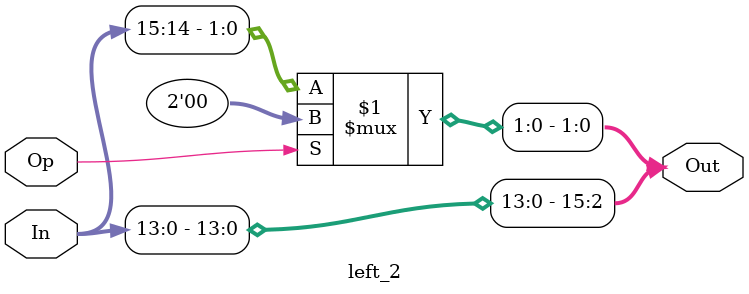
<source format=v>
/*
    shift left/rotate left 2 bit
 */
module left_2 (In, Op, Out);
    parameter   N = 16;
    
    input [N-1:0]  In;
    input Op;
    output [N-1:0] Out;
    
    assign Out[1:0] = Op ? 2'b0 : In[15:14];
    assign Out[15:2] = In[13:0];
endmodule
</source>
